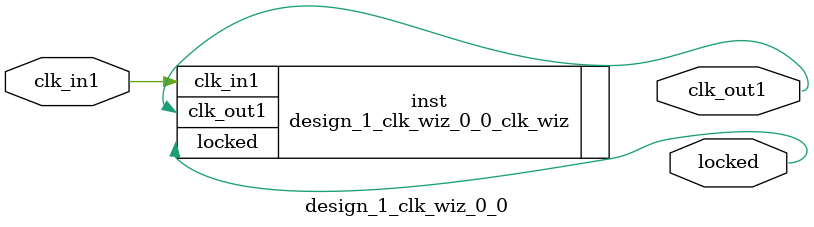
<source format=v>


`timescale 1ps/1ps

(* CORE_GENERATION_INFO = "design_1_clk_wiz_0_0,clk_wiz_v6_0_15_0_0,{component_name=design_1_clk_wiz_0_0,use_phase_alignment=true,use_min_o_jitter=false,use_max_i_jitter=false,use_dyn_phase_shift=false,use_inclk_switchover=false,use_dyn_reconfig=false,enable_axi=0,feedback_source=FDBK_AUTO,PRIMITIVE=MMCM,num_out_clk=1,clkin1_period=10.000,clkin2_period=10.000,use_power_down=false,use_reset=false,use_locked=true,use_inclk_stopped=false,feedback_type=SINGLE,CLOCK_MGR_TYPE=NA,manual_override=false}" *)

module design_1_clk_wiz_0_0 
 (
  // Clock out ports
  output        clk_out1,
  // Status and control signals
  output        locked,
 // Clock in ports
  input         clk_in1
 );

  design_1_clk_wiz_0_0_clk_wiz inst
  (
  // Clock out ports  
  .clk_out1(clk_out1),
  // Status and control signals               
  .locked(locked),
 // Clock in ports
  .clk_in1(clk_in1)
  );

endmodule

</source>
